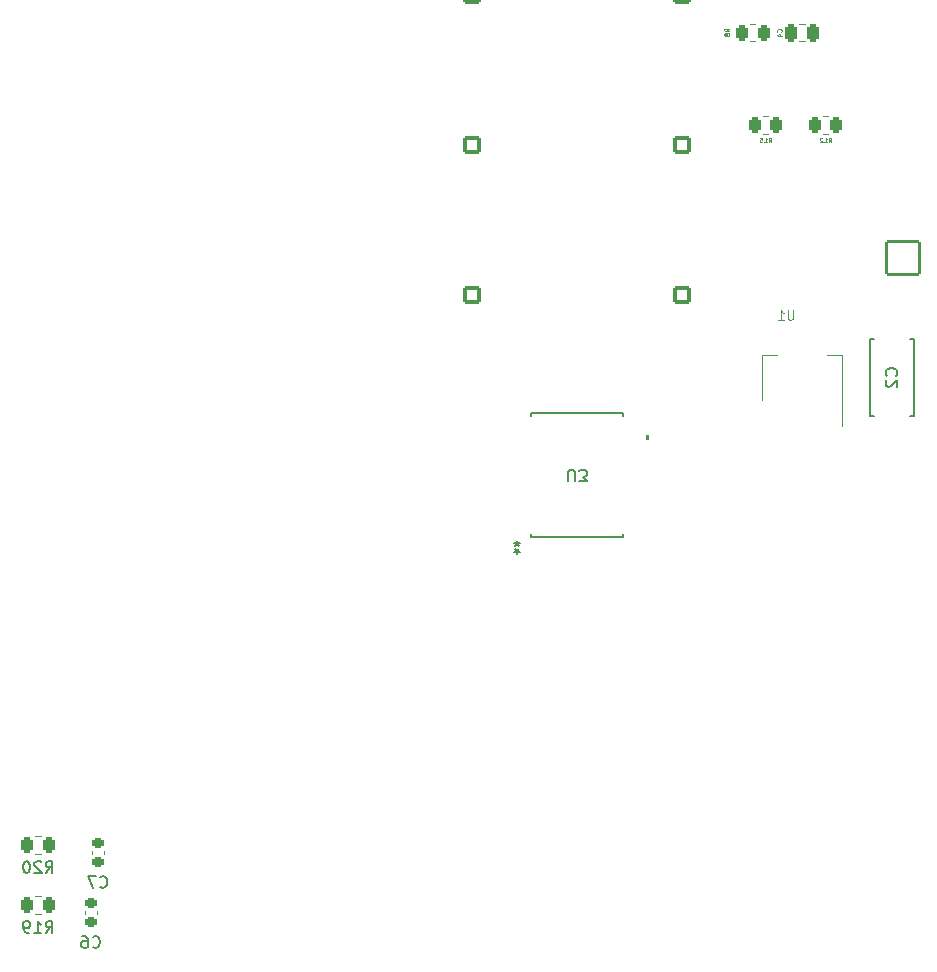
<source format=gbo>
%TF.GenerationSoftware,KiCad,Pcbnew,7.0.7*%
%TF.CreationDate,2024-02-03T16:35:20-08:00*%
%TF.ProjectId,Dyno22,44796e6f-3232-42e6-9b69-6361645f7063,rev?*%
%TF.SameCoordinates,Original*%
%TF.FileFunction,Legend,Bot*%
%TF.FilePolarity,Positive*%
%FSLAX46Y46*%
G04 Gerber Fmt 4.6, Leading zero omitted, Abs format (unit mm)*
G04 Created by KiCad (PCBNEW 7.0.7) date 2024-02-03 16:35:20*
%MOMM*%
%LPD*%
G01*
G04 APERTURE LIST*
G04 Aperture macros list*
%AMRoundRect*
0 Rectangle with rounded corners*
0 $1 Rounding radius*
0 $2 $3 $4 $5 $6 $7 $8 $9 X,Y pos of 4 corners*
0 Add a 4 corners polygon primitive as box body*
4,1,4,$2,$3,$4,$5,$6,$7,$8,$9,$2,$3,0*
0 Add four circle primitives for the rounded corners*
1,1,$1+$1,$2,$3*
1,1,$1+$1,$4,$5*
1,1,$1+$1,$6,$7*
1,1,$1+$1,$8,$9*
0 Add four rect primitives between the rounded corners*
20,1,$1+$1,$2,$3,$4,$5,0*
20,1,$1+$1,$4,$5,$6,$7,0*
20,1,$1+$1,$6,$7,$8,$9,0*
20,1,$1+$1,$8,$9,$2,$3,0*%
G04 Aperture macros list end*
%ADD10C,0.150000*%
%ADD11C,0.080000*%
%ADD12C,0.120000*%
%ADD13C,0.152400*%
%ADD14C,3.000000*%
%ADD15C,3.200000*%
%ADD16R,1.700000X1.700000*%
%ADD17O,1.700000X1.700000*%
%ADD18C,1.700000*%
%ADD19RoundRect,0.250000X-0.600000X-0.600000X0.600000X-0.600000X0.600000X0.600000X-0.600000X0.600000X0*%
%ADD20C,1.600200*%
%ADD21C,1.800000*%
%ADD22RoundRect,0.250000X0.600000X-0.600000X0.600000X0.600000X-0.600000X0.600000X-0.600000X-0.600000X0*%
%ADD23C,1.300000*%
%ADD24C,1.524000*%
%ADD25C,1.600000*%
%ADD26RoundRect,0.200000X-0.600000X-0.600000X0.600000X-0.600000X0.600000X0.600000X-0.600000X0.600000X0*%
%ADD27RoundRect,0.250000X-0.850000X-0.600000X0.850000X-0.600000X0.850000X0.600000X-0.850000X0.600000X0*%
%ADD28O,2.200000X1.700000*%
%ADD29C,1.400000*%
%ADD30C,1.200000*%
%ADD31R,1.600000X1.600000*%
%ADD32O,1.600000X1.600000*%
%ADD33RoundRect,0.102000X1.387500X1.387500X-1.387500X1.387500X-1.387500X-1.387500X1.387500X-1.387500X0*%
%ADD34C,2.979000*%
%ADD35RoundRect,0.250000X0.262500X0.450000X-0.262500X0.450000X-0.262500X-0.450000X0.262500X-0.450000X0*%
%ADD36R,1.600200X0.533400*%
%ADD37RoundRect,0.250000X-0.262500X-0.450000X0.262500X-0.450000X0.262500X0.450000X-0.262500X0.450000X0*%
%ADD38RoundRect,0.225000X0.250000X-0.225000X0.250000X0.225000X-0.250000X0.225000X-0.250000X-0.225000X0*%
%ADD39R,1.500000X2.000000*%
%ADD40R,3.800000X2.000000*%
%ADD41R,2.311400X2.260600*%
%ADD42RoundRect,0.250000X-0.250000X-0.475000X0.250000X-0.475000X0.250000X0.475000X-0.250000X0.475000X0*%
%ADD43RoundRect,0.225000X-0.250000X0.225000X-0.250000X-0.225000X0.250000X-0.225000X0.250000X0.225000X0*%
G04 APERTURE END LIST*
D10*
X129007857Y-132749819D02*
X129341190Y-132273628D01*
X129579285Y-132749819D02*
X129579285Y-131749819D01*
X129579285Y-131749819D02*
X129198333Y-131749819D01*
X129198333Y-131749819D02*
X129103095Y-131797438D01*
X129103095Y-131797438D02*
X129055476Y-131845057D01*
X129055476Y-131845057D02*
X129007857Y-131940295D01*
X129007857Y-131940295D02*
X129007857Y-132083152D01*
X129007857Y-132083152D02*
X129055476Y-132178390D01*
X129055476Y-132178390D02*
X129103095Y-132226009D01*
X129103095Y-132226009D02*
X129198333Y-132273628D01*
X129198333Y-132273628D02*
X129579285Y-132273628D01*
X128055476Y-132749819D02*
X128626904Y-132749819D01*
X128341190Y-132749819D02*
X128341190Y-131749819D01*
X128341190Y-131749819D02*
X128436428Y-131892676D01*
X128436428Y-131892676D02*
X128531666Y-131987914D01*
X128531666Y-131987914D02*
X128626904Y-132035533D01*
X127579285Y-132749819D02*
X127388809Y-132749819D01*
X127388809Y-132749819D02*
X127293571Y-132702200D01*
X127293571Y-132702200D02*
X127245952Y-132654580D01*
X127245952Y-132654580D02*
X127150714Y-132511723D01*
X127150714Y-132511723D02*
X127103095Y-132321247D01*
X127103095Y-132321247D02*
X127103095Y-131940295D01*
X127103095Y-131940295D02*
X127150714Y-131845057D01*
X127150714Y-131845057D02*
X127198333Y-131797438D01*
X127198333Y-131797438D02*
X127293571Y-131749819D01*
X127293571Y-131749819D02*
X127484047Y-131749819D01*
X127484047Y-131749819D02*
X127579285Y-131797438D01*
X127579285Y-131797438D02*
X127626904Y-131845057D01*
X127626904Y-131845057D02*
X127674523Y-131940295D01*
X127674523Y-131940295D02*
X127674523Y-132178390D01*
X127674523Y-132178390D02*
X127626904Y-132273628D01*
X127626904Y-132273628D02*
X127579285Y-132321247D01*
X127579285Y-132321247D02*
X127484047Y-132368866D01*
X127484047Y-132368866D02*
X127293571Y-132368866D01*
X127293571Y-132368866D02*
X127198333Y-132321247D01*
X127198333Y-132321247D02*
X127150714Y-132273628D01*
X127150714Y-132273628D02*
X127103095Y-132178390D01*
X173228095Y-94525180D02*
X173228095Y-93715657D01*
X173228095Y-93715657D02*
X173275714Y-93620419D01*
X173275714Y-93620419D02*
X173323333Y-93572800D01*
X173323333Y-93572800D02*
X173418571Y-93525180D01*
X173418571Y-93525180D02*
X173609047Y-93525180D01*
X173609047Y-93525180D02*
X173704285Y-93572800D01*
X173704285Y-93572800D02*
X173751904Y-93620419D01*
X173751904Y-93620419D02*
X173799523Y-93715657D01*
X173799523Y-93715657D02*
X173799523Y-94525180D01*
X174180476Y-94525180D02*
X174799523Y-94525180D01*
X174799523Y-94525180D02*
X174466190Y-94144228D01*
X174466190Y-94144228D02*
X174609047Y-94144228D01*
X174609047Y-94144228D02*
X174704285Y-94096609D01*
X174704285Y-94096609D02*
X174751904Y-94048990D01*
X174751904Y-94048990D02*
X174799523Y-93953752D01*
X174799523Y-93953752D02*
X174799523Y-93715657D01*
X174799523Y-93715657D02*
X174751904Y-93620419D01*
X174751904Y-93620419D02*
X174704285Y-93572800D01*
X174704285Y-93572800D02*
X174609047Y-93525180D01*
X174609047Y-93525180D02*
X174323333Y-93525180D01*
X174323333Y-93525180D02*
X174228095Y-93572800D01*
X174228095Y-93572800D02*
X174180476Y-93620419D01*
X168909999Y-99556219D02*
X168909999Y-99794314D01*
X169148094Y-99699076D02*
X168909999Y-99794314D01*
X168909999Y-99794314D02*
X168671904Y-99699076D01*
X169052856Y-99984790D02*
X168909999Y-99794314D01*
X168909999Y-99794314D02*
X168767142Y-99984790D01*
X168910000Y-100646580D02*
X168910000Y-100408485D01*
X168671905Y-100503723D02*
X168910000Y-100408485D01*
X168910000Y-100408485D02*
X169148095Y-100503723D01*
X168767143Y-100218009D02*
X168910000Y-100408485D01*
X168910000Y-100408485D02*
X169052857Y-100218009D01*
D11*
X195297142Y-65800887D02*
X195430475Y-65610411D01*
X195525713Y-65800887D02*
X195525713Y-65400887D01*
X195525713Y-65400887D02*
X195373332Y-65400887D01*
X195373332Y-65400887D02*
X195335237Y-65419935D01*
X195335237Y-65419935D02*
X195316190Y-65438982D01*
X195316190Y-65438982D02*
X195297142Y-65477078D01*
X195297142Y-65477078D02*
X195297142Y-65534220D01*
X195297142Y-65534220D02*
X195316190Y-65572316D01*
X195316190Y-65572316D02*
X195335237Y-65591363D01*
X195335237Y-65591363D02*
X195373332Y-65610411D01*
X195373332Y-65610411D02*
X195525713Y-65610411D01*
X194916190Y-65800887D02*
X195144761Y-65800887D01*
X195030475Y-65800887D02*
X195030475Y-65400887D01*
X195030475Y-65400887D02*
X195068571Y-65458030D01*
X195068571Y-65458030D02*
X195106666Y-65496125D01*
X195106666Y-65496125D02*
X195144761Y-65515173D01*
X194763809Y-65438982D02*
X194744761Y-65419935D01*
X194744761Y-65419935D02*
X194706666Y-65400887D01*
X194706666Y-65400887D02*
X194611428Y-65400887D01*
X194611428Y-65400887D02*
X194573333Y-65419935D01*
X194573333Y-65419935D02*
X194554285Y-65438982D01*
X194554285Y-65438982D02*
X194535238Y-65477078D01*
X194535238Y-65477078D02*
X194535238Y-65515173D01*
X194535238Y-65515173D02*
X194554285Y-65572316D01*
X194554285Y-65572316D02*
X194782857Y-65800887D01*
X194782857Y-65800887D02*
X194535238Y-65800887D01*
D10*
X132976666Y-133924580D02*
X133024285Y-133972200D01*
X133024285Y-133972200D02*
X133167142Y-134019819D01*
X133167142Y-134019819D02*
X133262380Y-134019819D01*
X133262380Y-134019819D02*
X133405237Y-133972200D01*
X133405237Y-133972200D02*
X133500475Y-133876961D01*
X133500475Y-133876961D02*
X133548094Y-133781723D01*
X133548094Y-133781723D02*
X133595713Y-133591247D01*
X133595713Y-133591247D02*
X133595713Y-133448390D01*
X133595713Y-133448390D02*
X133548094Y-133257914D01*
X133548094Y-133257914D02*
X133500475Y-133162676D01*
X133500475Y-133162676D02*
X133405237Y-133067438D01*
X133405237Y-133067438D02*
X133262380Y-133019819D01*
X133262380Y-133019819D02*
X133167142Y-133019819D01*
X133167142Y-133019819D02*
X133024285Y-133067438D01*
X133024285Y-133067438D02*
X132976666Y-133115057D01*
X132119523Y-133019819D02*
X132309999Y-133019819D01*
X132309999Y-133019819D02*
X132405237Y-133067438D01*
X132405237Y-133067438D02*
X132452856Y-133115057D01*
X132452856Y-133115057D02*
X132548094Y-133257914D01*
X132548094Y-133257914D02*
X132595713Y-133448390D01*
X132595713Y-133448390D02*
X132595713Y-133829342D01*
X132595713Y-133829342D02*
X132548094Y-133924580D01*
X132548094Y-133924580D02*
X132500475Y-133972200D01*
X132500475Y-133972200D02*
X132405237Y-134019819D01*
X132405237Y-134019819D02*
X132214761Y-134019819D01*
X132214761Y-134019819D02*
X132119523Y-133972200D01*
X132119523Y-133972200D02*
X132071904Y-133924580D01*
X132071904Y-133924580D02*
X132024285Y-133829342D01*
X132024285Y-133829342D02*
X132024285Y-133591247D01*
X132024285Y-133591247D02*
X132071904Y-133496009D01*
X132071904Y-133496009D02*
X132119523Y-133448390D01*
X132119523Y-133448390D02*
X132214761Y-133400771D01*
X132214761Y-133400771D02*
X132405237Y-133400771D01*
X132405237Y-133400771D02*
X132500475Y-133448390D01*
X132500475Y-133448390D02*
X132548094Y-133496009D01*
X132548094Y-133496009D02*
X132595713Y-133591247D01*
D11*
X186870887Y-56410833D02*
X186680411Y-56277500D01*
X186870887Y-56182262D02*
X186470887Y-56182262D01*
X186470887Y-56182262D02*
X186470887Y-56334643D01*
X186470887Y-56334643D02*
X186489935Y-56372738D01*
X186489935Y-56372738D02*
X186508982Y-56391785D01*
X186508982Y-56391785D02*
X186547078Y-56410833D01*
X186547078Y-56410833D02*
X186604220Y-56410833D01*
X186604220Y-56410833D02*
X186642316Y-56391785D01*
X186642316Y-56391785D02*
X186661363Y-56372738D01*
X186661363Y-56372738D02*
X186680411Y-56334643D01*
X186680411Y-56334643D02*
X186680411Y-56182262D01*
X186642316Y-56639404D02*
X186623268Y-56601309D01*
X186623268Y-56601309D02*
X186604220Y-56582262D01*
X186604220Y-56582262D02*
X186566125Y-56563214D01*
X186566125Y-56563214D02*
X186547078Y-56563214D01*
X186547078Y-56563214D02*
X186508982Y-56582262D01*
X186508982Y-56582262D02*
X186489935Y-56601309D01*
X186489935Y-56601309D02*
X186470887Y-56639404D01*
X186470887Y-56639404D02*
X186470887Y-56715595D01*
X186470887Y-56715595D02*
X186489935Y-56753690D01*
X186489935Y-56753690D02*
X186508982Y-56772738D01*
X186508982Y-56772738D02*
X186547078Y-56791785D01*
X186547078Y-56791785D02*
X186566125Y-56791785D01*
X186566125Y-56791785D02*
X186604220Y-56772738D01*
X186604220Y-56772738D02*
X186623268Y-56753690D01*
X186623268Y-56753690D02*
X186642316Y-56715595D01*
X186642316Y-56715595D02*
X186642316Y-56639404D01*
X186642316Y-56639404D02*
X186661363Y-56601309D01*
X186661363Y-56601309D02*
X186680411Y-56582262D01*
X186680411Y-56582262D02*
X186718506Y-56563214D01*
X186718506Y-56563214D02*
X186794697Y-56563214D01*
X186794697Y-56563214D02*
X186832792Y-56582262D01*
X186832792Y-56582262D02*
X186851840Y-56601309D01*
X186851840Y-56601309D02*
X186870887Y-56639404D01*
X186870887Y-56639404D02*
X186870887Y-56715595D01*
X186870887Y-56715595D02*
X186851840Y-56753690D01*
X186851840Y-56753690D02*
X186832792Y-56772738D01*
X186832792Y-56772738D02*
X186794697Y-56791785D01*
X186794697Y-56791785D02*
X186718506Y-56791785D01*
X186718506Y-56791785D02*
X186680411Y-56772738D01*
X186680411Y-56772738D02*
X186661363Y-56753690D01*
X186661363Y-56753690D02*
X186642316Y-56715595D01*
D10*
X129007857Y-127669819D02*
X129341190Y-127193628D01*
X129579285Y-127669819D02*
X129579285Y-126669819D01*
X129579285Y-126669819D02*
X129198333Y-126669819D01*
X129198333Y-126669819D02*
X129103095Y-126717438D01*
X129103095Y-126717438D02*
X129055476Y-126765057D01*
X129055476Y-126765057D02*
X129007857Y-126860295D01*
X129007857Y-126860295D02*
X129007857Y-127003152D01*
X129007857Y-127003152D02*
X129055476Y-127098390D01*
X129055476Y-127098390D02*
X129103095Y-127146009D01*
X129103095Y-127146009D02*
X129198333Y-127193628D01*
X129198333Y-127193628D02*
X129579285Y-127193628D01*
X128626904Y-126765057D02*
X128579285Y-126717438D01*
X128579285Y-126717438D02*
X128484047Y-126669819D01*
X128484047Y-126669819D02*
X128245952Y-126669819D01*
X128245952Y-126669819D02*
X128150714Y-126717438D01*
X128150714Y-126717438D02*
X128103095Y-126765057D01*
X128103095Y-126765057D02*
X128055476Y-126860295D01*
X128055476Y-126860295D02*
X128055476Y-126955533D01*
X128055476Y-126955533D02*
X128103095Y-127098390D01*
X128103095Y-127098390D02*
X128674523Y-127669819D01*
X128674523Y-127669819D02*
X128055476Y-127669819D01*
X127436428Y-126669819D02*
X127341190Y-126669819D01*
X127341190Y-126669819D02*
X127245952Y-126717438D01*
X127245952Y-126717438D02*
X127198333Y-126765057D01*
X127198333Y-126765057D02*
X127150714Y-126860295D01*
X127150714Y-126860295D02*
X127103095Y-127050771D01*
X127103095Y-127050771D02*
X127103095Y-127288866D01*
X127103095Y-127288866D02*
X127150714Y-127479342D01*
X127150714Y-127479342D02*
X127198333Y-127574580D01*
X127198333Y-127574580D02*
X127245952Y-127622200D01*
X127245952Y-127622200D02*
X127341190Y-127669819D01*
X127341190Y-127669819D02*
X127436428Y-127669819D01*
X127436428Y-127669819D02*
X127531666Y-127622200D01*
X127531666Y-127622200D02*
X127579285Y-127574580D01*
X127579285Y-127574580D02*
X127626904Y-127479342D01*
X127626904Y-127479342D02*
X127674523Y-127288866D01*
X127674523Y-127288866D02*
X127674523Y-127050771D01*
X127674523Y-127050771D02*
X127626904Y-126860295D01*
X127626904Y-126860295D02*
X127579285Y-126765057D01*
X127579285Y-126765057D02*
X127531666Y-126717438D01*
X127531666Y-126717438D02*
X127436428Y-126669819D01*
D12*
X192284523Y-80043855D02*
X192284523Y-80691474D01*
X192284523Y-80691474D02*
X192246428Y-80767664D01*
X192246428Y-80767664D02*
X192208333Y-80805760D01*
X192208333Y-80805760D02*
X192132142Y-80843855D01*
X192132142Y-80843855D02*
X191979761Y-80843855D01*
X191979761Y-80843855D02*
X191903571Y-80805760D01*
X191903571Y-80805760D02*
X191865476Y-80767664D01*
X191865476Y-80767664D02*
X191827380Y-80691474D01*
X191827380Y-80691474D02*
X191827380Y-80043855D01*
X191027381Y-80843855D02*
X191484524Y-80843855D01*
X191255952Y-80843855D02*
X191255952Y-80043855D01*
X191255952Y-80043855D02*
X191332143Y-80158140D01*
X191332143Y-80158140D02*
X191408333Y-80234331D01*
X191408333Y-80234331D02*
X191484524Y-80272426D01*
D10*
X201019580Y-85558333D02*
X201067200Y-85510714D01*
X201067200Y-85510714D02*
X201114819Y-85367857D01*
X201114819Y-85367857D02*
X201114819Y-85272619D01*
X201114819Y-85272619D02*
X201067200Y-85129762D01*
X201067200Y-85129762D02*
X200971961Y-85034524D01*
X200971961Y-85034524D02*
X200876723Y-84986905D01*
X200876723Y-84986905D02*
X200686247Y-84939286D01*
X200686247Y-84939286D02*
X200543390Y-84939286D01*
X200543390Y-84939286D02*
X200352914Y-84986905D01*
X200352914Y-84986905D02*
X200257676Y-85034524D01*
X200257676Y-85034524D02*
X200162438Y-85129762D01*
X200162438Y-85129762D02*
X200114819Y-85272619D01*
X200114819Y-85272619D02*
X200114819Y-85367857D01*
X200114819Y-85367857D02*
X200162438Y-85510714D01*
X200162438Y-85510714D02*
X200210057Y-85558333D01*
X200210057Y-85939286D02*
X200162438Y-85986905D01*
X200162438Y-85986905D02*
X200114819Y-86082143D01*
X200114819Y-86082143D02*
X200114819Y-86320238D01*
X200114819Y-86320238D02*
X200162438Y-86415476D01*
X200162438Y-86415476D02*
X200210057Y-86463095D01*
X200210057Y-86463095D02*
X200305295Y-86510714D01*
X200305295Y-86510714D02*
X200400533Y-86510714D01*
X200400533Y-86510714D02*
X200543390Y-86463095D01*
X200543390Y-86463095D02*
X201114819Y-85891667D01*
X201114819Y-85891667D02*
X201114819Y-86510714D01*
D11*
X191277792Y-56448333D02*
X191296840Y-56429285D01*
X191296840Y-56429285D02*
X191315887Y-56372143D01*
X191315887Y-56372143D02*
X191315887Y-56334047D01*
X191315887Y-56334047D02*
X191296840Y-56276904D01*
X191296840Y-56276904D02*
X191258744Y-56238809D01*
X191258744Y-56238809D02*
X191220649Y-56219762D01*
X191220649Y-56219762D02*
X191144459Y-56200714D01*
X191144459Y-56200714D02*
X191087316Y-56200714D01*
X191087316Y-56200714D02*
X191011125Y-56219762D01*
X191011125Y-56219762D02*
X190973030Y-56238809D01*
X190973030Y-56238809D02*
X190934935Y-56276904D01*
X190934935Y-56276904D02*
X190915887Y-56334047D01*
X190915887Y-56334047D02*
X190915887Y-56372143D01*
X190915887Y-56372143D02*
X190934935Y-56429285D01*
X190934935Y-56429285D02*
X190953982Y-56448333D01*
X191049220Y-56791190D02*
X191315887Y-56791190D01*
X190896840Y-56695952D02*
X191182554Y-56600714D01*
X191182554Y-56600714D02*
X191182554Y-56848333D01*
X190217142Y-65800887D02*
X190350475Y-65610411D01*
X190445713Y-65800887D02*
X190445713Y-65400887D01*
X190445713Y-65400887D02*
X190293332Y-65400887D01*
X190293332Y-65400887D02*
X190255237Y-65419935D01*
X190255237Y-65419935D02*
X190236190Y-65438982D01*
X190236190Y-65438982D02*
X190217142Y-65477078D01*
X190217142Y-65477078D02*
X190217142Y-65534220D01*
X190217142Y-65534220D02*
X190236190Y-65572316D01*
X190236190Y-65572316D02*
X190255237Y-65591363D01*
X190255237Y-65591363D02*
X190293332Y-65610411D01*
X190293332Y-65610411D02*
X190445713Y-65610411D01*
X189836190Y-65800887D02*
X190064761Y-65800887D01*
X189950475Y-65800887D02*
X189950475Y-65400887D01*
X189950475Y-65400887D02*
X189988571Y-65458030D01*
X189988571Y-65458030D02*
X190026666Y-65496125D01*
X190026666Y-65496125D02*
X190064761Y-65515173D01*
X189474285Y-65400887D02*
X189664761Y-65400887D01*
X189664761Y-65400887D02*
X189683809Y-65591363D01*
X189683809Y-65591363D02*
X189664761Y-65572316D01*
X189664761Y-65572316D02*
X189626666Y-65553268D01*
X189626666Y-65553268D02*
X189531428Y-65553268D01*
X189531428Y-65553268D02*
X189493333Y-65572316D01*
X189493333Y-65572316D02*
X189474285Y-65591363D01*
X189474285Y-65591363D02*
X189455238Y-65629459D01*
X189455238Y-65629459D02*
X189455238Y-65724697D01*
X189455238Y-65724697D02*
X189474285Y-65762792D01*
X189474285Y-65762792D02*
X189493333Y-65781840D01*
X189493333Y-65781840D02*
X189531428Y-65800887D01*
X189531428Y-65800887D02*
X189626666Y-65800887D01*
X189626666Y-65800887D02*
X189664761Y-65781840D01*
X189664761Y-65781840D02*
X189683809Y-65762792D01*
D10*
X133611666Y-128844580D02*
X133659285Y-128892200D01*
X133659285Y-128892200D02*
X133802142Y-128939819D01*
X133802142Y-128939819D02*
X133897380Y-128939819D01*
X133897380Y-128939819D02*
X134040237Y-128892200D01*
X134040237Y-128892200D02*
X134135475Y-128796961D01*
X134135475Y-128796961D02*
X134183094Y-128701723D01*
X134183094Y-128701723D02*
X134230713Y-128511247D01*
X134230713Y-128511247D02*
X134230713Y-128368390D01*
X134230713Y-128368390D02*
X134183094Y-128177914D01*
X134183094Y-128177914D02*
X134135475Y-128082676D01*
X134135475Y-128082676D02*
X134040237Y-127987438D01*
X134040237Y-127987438D02*
X133897380Y-127939819D01*
X133897380Y-127939819D02*
X133802142Y-127939819D01*
X133802142Y-127939819D02*
X133659285Y-127987438D01*
X133659285Y-127987438D02*
X133611666Y-128035057D01*
X133278332Y-127939819D02*
X132611666Y-127939819D01*
X132611666Y-127939819D02*
X133040237Y-128939819D01*
D12*
%TO.C,R19*%
X128592064Y-131125000D02*
X128137936Y-131125000D01*
X128592064Y-129655000D02*
X128137936Y-129655000D01*
D13*
%TO.C,U3*%
X170116500Y-88696800D02*
X177863500Y-88696800D01*
X170116500Y-88972513D02*
X170116500Y-88696800D01*
X170116500Y-99263200D02*
X170116500Y-98987487D01*
X177863500Y-88696800D02*
X177863500Y-88972513D01*
X177863500Y-98987487D02*
X177863500Y-99263200D01*
X177863500Y-99263200D02*
X170116500Y-99263200D01*
G36*
X180124100Y-90995500D02*
G01*
X179870100Y-90995500D01*
X179870100Y-90614500D01*
X180124100Y-90614500D01*
X180124100Y-90995500D01*
G37*
D12*
%TO.C,R12*%
X194812936Y-63615000D02*
X195267064Y-63615000D01*
X194812936Y-65085000D02*
X195267064Y-65085000D01*
%TO.C,C6*%
X132300000Y-131165580D02*
X132300000Y-130884420D01*
X133320000Y-131165580D02*
X133320000Y-130884420D01*
%TO.C,R8*%
X189099564Y-57250000D02*
X188645436Y-57250000D01*
X189099564Y-55780000D02*
X188645436Y-55780000D01*
%TO.C,R20*%
X128592064Y-126045000D02*
X128137936Y-126045000D01*
X128592064Y-124575000D02*
X128137936Y-124575000D01*
%TO.C,U1*%
X196450000Y-89850000D02*
X196450000Y-83840000D01*
X189630000Y-87600000D02*
X189630000Y-83840000D01*
X189630000Y-83840000D02*
X190890000Y-83840000D01*
X196450000Y-83840000D02*
X195190000Y-83840000D01*
D13*
%TO.C,C2*%
X202539600Y-82448400D02*
X202539600Y-89001600D01*
X202148440Y-82448400D02*
X202539600Y-82448400D01*
X198780400Y-82448400D02*
X199171560Y-82448400D01*
X202539600Y-89001600D02*
X202148440Y-89001600D01*
X199171560Y-89001600D02*
X198780400Y-89001600D01*
X198780400Y-89001600D02*
X198780400Y-82448400D01*
D12*
%TO.C,C4*%
X192778748Y-55780000D02*
X193301252Y-55780000D01*
X192778748Y-57250000D02*
X193301252Y-57250000D01*
%TO.C,R15*%
X190187064Y-65085000D02*
X189732936Y-65085000D01*
X190187064Y-63615000D02*
X189732936Y-63615000D01*
%TO.C,C7*%
X133955000Y-125804420D02*
X133955000Y-126085580D01*
X132935000Y-125804420D02*
X132935000Y-126085580D01*
%TD*%
%LPC*%
D14*
%TO.C,TP2*%
X191135000Y-137795000D03*
%TD*%
D15*
%TO.C,H3*%
X72500000Y-132500000D03*
%TD*%
D16*
%TO.C,J2*%
X72000000Y-51000000D03*
D17*
X72000000Y-53540000D03*
X72000000Y-56080000D03*
X72000000Y-58620000D03*
X72000000Y-61160000D03*
X72000000Y-63700000D03*
X72000000Y-66240000D03*
X72000000Y-68780000D03*
X72000000Y-71320000D03*
X72000000Y-73860000D03*
X72000000Y-76400000D03*
X72000000Y-78940000D03*
X72000000Y-81480000D03*
X72000000Y-84020000D03*
D16*
X156300000Y-63700000D03*
D17*
X156300000Y-66240000D03*
X156300000Y-68780000D03*
X156300000Y-71320000D03*
%TD*%
D14*
%TO.C,TP4*%
X219075000Y-78105000D03*
%TD*%
D18*
%TO.C,J4*%
X218635000Y-53460000D03*
X218635000Y-65960000D03*
D19*
X208955000Y-53460000D03*
D18*
X208955000Y-55960000D03*
X208955000Y-58460000D03*
X208955000Y-60960000D03*
X208955000Y-63460000D03*
X208955000Y-65960000D03*
X211455000Y-53460000D03*
X211455000Y-55960000D03*
X211455000Y-58460000D03*
X211455000Y-60960000D03*
X211455000Y-63460000D03*
X211455000Y-65960000D03*
%TD*%
D14*
%TO.C,TP5*%
X182880000Y-137795000D03*
%TD*%
D20*
%TO.C,Encoder*%
X139055000Y-111975000D03*
X139055000Y-116975000D03*
X124555000Y-111975000D03*
X124555000Y-114475000D03*
X124555000Y-116975000D03*
%TD*%
D21*
%TO.C,RV1*%
X205725000Y-123230000D03*
X203185000Y-123230000D03*
X200645000Y-123230000D03*
%TD*%
D18*
%TO.C,J7*%
X191175000Y-36195000D03*
X193675000Y-36195000D03*
D22*
X191175000Y-45875000D03*
D18*
X193675000Y-45875000D03*
X191175000Y-43375000D03*
X193675000Y-43375000D03*
%TD*%
D23*
%TO.C,S3*%
X152985000Y-107925000D03*
X152985000Y-120625000D03*
X165685000Y-107925000D03*
X165685000Y-120625000D03*
D24*
X154835000Y-118085000D03*
X154835000Y-110465000D03*
X159335000Y-116815000D03*
X159335000Y-111735000D03*
X159335000Y-114275000D03*
%TD*%
D25*
%TO.C,A1*%
X165100000Y-35560000D03*
X165100000Y-38100000D03*
D26*
X165100000Y-40640000D03*
D25*
X165100000Y-43180000D03*
X165100000Y-45720000D03*
X165100000Y-48260000D03*
X165100000Y-50800000D03*
D26*
X165100000Y-53340000D03*
D25*
X165100000Y-55880000D03*
X165100000Y-58420000D03*
X165100000Y-60960000D03*
X165100000Y-63500000D03*
D26*
X165100000Y-66040000D03*
D25*
X165100000Y-68580000D03*
X165100000Y-71120000D03*
X165141881Y-73660000D03*
X165100000Y-76200000D03*
D26*
X165100000Y-78740000D03*
D25*
X165100000Y-81280000D03*
X165100000Y-83820000D03*
X182880000Y-83820000D03*
X182880000Y-81280000D03*
D26*
X182880000Y-78740000D03*
D25*
X182880000Y-76200000D03*
X182880000Y-73660000D03*
X182880000Y-71120000D03*
X182880000Y-68580000D03*
D26*
X182880000Y-66040000D03*
D25*
X182880000Y-63500000D03*
X182880000Y-60960000D03*
X182880000Y-58420000D03*
X182880000Y-55880000D03*
D26*
X182880000Y-53340000D03*
D25*
X182880000Y-50800000D03*
X182880000Y-48260000D03*
X182880000Y-45720000D03*
X182880000Y-43180000D03*
D26*
X182880000Y-40640000D03*
D25*
X182880000Y-38100000D03*
X182880000Y-35560000D03*
%TD*%
D18*
%TO.C,J3*%
X219075000Y-84475000D03*
X219075000Y-86975000D03*
D27*
X211895000Y-84475000D03*
D28*
X211895000Y-86975000D03*
%TD*%
D14*
%TO.C,TP3*%
X156972000Y-35560000D03*
%TD*%
D23*
%TO.C,Back*%
X71850000Y-120865000D03*
X84550000Y-120865000D03*
X71850000Y-108165000D03*
X84550000Y-108165000D03*
D29*
X73700000Y-118325000D03*
D30*
X76290000Y-113755000D03*
X76290000Y-112235000D03*
X80110000Y-112235000D03*
X80110000Y-113755000D03*
D29*
X73700000Y-110705000D03*
%TD*%
D14*
%TO.C,TP1*%
X219075000Y-72390000D03*
%TD*%
D23*
%TO.C,Select*%
X94710000Y-120865000D03*
X107410000Y-120865000D03*
X94710000Y-108165000D03*
X107410000Y-108165000D03*
D29*
X96560000Y-118325000D03*
D30*
X99150000Y-113755000D03*
X99150000Y-112235000D03*
X102970000Y-112235000D03*
X102970000Y-113755000D03*
D29*
X96560000Y-110705000D03*
%TD*%
D15*
%TO.C,H4*%
X72500000Y-42500000D03*
%TD*%
%TO.C,H1*%
X212500000Y-132500000D03*
%TD*%
D31*
%TO.C,U2*%
X188690000Y-67310000D03*
D32*
X191230000Y-67310000D03*
X193770000Y-67310000D03*
X196310000Y-67310000D03*
X198850000Y-67310000D03*
X201390000Y-67310000D03*
X203930000Y-67310000D03*
X203930000Y-59690000D03*
X201390000Y-59690000D03*
X198850000Y-59690000D03*
X196310000Y-59690000D03*
X193770000Y-59690000D03*
X191230000Y-59690000D03*
X188690000Y-59690000D03*
%TD*%
D18*
%TO.C,J1*%
X219075000Y-95270000D03*
X219075000Y-97770000D03*
D27*
X211895000Y-95270000D03*
D28*
X211895000Y-97770000D03*
%TD*%
D33*
%TO.C,ON/OFF*%
X201550000Y-75565000D03*
D34*
X196850000Y-75565000D03*
X192150000Y-75565000D03*
%TD*%
D15*
%TO.C,H2*%
X212500000Y-42500000D03*
%TD*%
D35*
%TO.C,R19*%
X129277500Y-130390000D03*
X127452500Y-130390000D03*
%TD*%
D36*
%TO.C,U3*%
X169164000Y-98425000D03*
X169164000Y-97155000D03*
X169164000Y-95885000D03*
X169164000Y-94615000D03*
X169164000Y-93345000D03*
X169164000Y-92075000D03*
X169164000Y-90805000D03*
X169164000Y-89535000D03*
X178816000Y-89535000D03*
X178816000Y-90805000D03*
X178816000Y-92075000D03*
X178816000Y-93345000D03*
X178816000Y-94615000D03*
X178816000Y-95885000D03*
X178816000Y-97155000D03*
X178816000Y-98425000D03*
%TD*%
D37*
%TO.C,R12*%
X194127500Y-64350000D03*
X195952500Y-64350000D03*
%TD*%
D38*
%TO.C,C6*%
X132810000Y-131800000D03*
X132810000Y-130250000D03*
%TD*%
D35*
%TO.C,R8*%
X189785000Y-56515000D03*
X187960000Y-56515000D03*
%TD*%
%TO.C,R20*%
X129277500Y-125310000D03*
X127452500Y-125310000D03*
%TD*%
D39*
%TO.C,U1*%
X195340000Y-88900000D03*
X193040000Y-88900000D03*
D40*
X193040000Y-82600000D03*
D39*
X190740000Y-88900000D03*
%TD*%
D41*
%TO.C,C2*%
X200660000Y-83553300D03*
X200660000Y-87896700D03*
%TD*%
D42*
%TO.C,C4*%
X192090000Y-56515000D03*
X193990000Y-56515000D03*
%TD*%
D35*
%TO.C,R15*%
X190872500Y-64350000D03*
X189047500Y-64350000D03*
%TD*%
D43*
%TO.C,C7*%
X133445000Y-125170000D03*
X133445000Y-126720000D03*
%TD*%
%LPD*%
M02*

</source>
